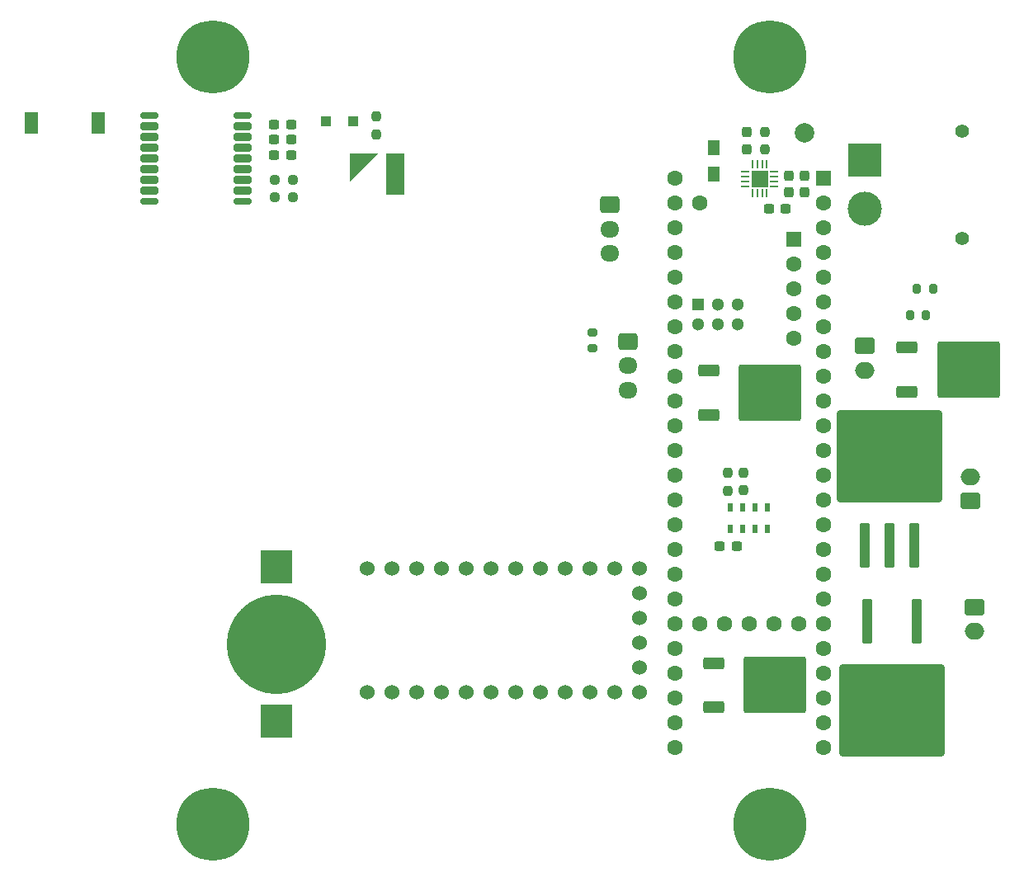
<source format=gts>
G04 #@! TF.GenerationSoftware,KiCad,Pcbnew,8.0.1*
G04 #@! TF.CreationDate,2025-04-08T18:27:36-04:00*
G04 #@! TF.ProjectId,GHOUL_V1.0,47484f55-4c5f-4563-912e-302e6b696361,rev?*
G04 #@! TF.SameCoordinates,Original*
G04 #@! TF.FileFunction,Soldermask,Top*
G04 #@! TF.FilePolarity,Negative*
%FSLAX46Y46*%
G04 Gerber Fmt 4.6, Leading zero omitted, Abs format (unit mm)*
G04 Created by KiCad (PCBNEW 8.0.1) date 2025-04-08 18:27:36*
%MOMM*%
%LPD*%
G01*
G04 APERTURE LIST*
G04 Aperture macros list*
%AMRoundRect*
0 Rectangle with rounded corners*
0 $1 Rounding radius*
0 $2 $3 $4 $5 $6 $7 $8 $9 X,Y pos of 4 corners*
0 Add a 4 corners polygon primitive as box body*
4,1,4,$2,$3,$4,$5,$6,$7,$8,$9,$2,$3,0*
0 Add four circle primitives for the rounded corners*
1,1,$1+$1,$2,$3*
1,1,$1+$1,$4,$5*
1,1,$1+$1,$6,$7*
1,1,$1+$1,$8,$9*
0 Add four rect primitives between the rounded corners*
20,1,$1+$1,$2,$3,$4,$5,0*
20,1,$1+$1,$4,$5,$6,$7,0*
20,1,$1+$1,$6,$7,$8,$9,0*
20,1,$1+$1,$8,$9,$2,$3,0*%
G04 Aperture macros list end*
%ADD10C,0.000100*%
%ADD11R,3.300000X3.500000*%
%ADD12C,10.200000*%
%ADD13RoundRect,0.237500X0.237500X-0.250000X0.237500X0.250000X-0.237500X0.250000X-0.237500X-0.250000X0*%
%ADD14RoundRect,0.237500X-0.237500X0.250000X-0.237500X-0.250000X0.237500X-0.250000X0.237500X0.250000X0*%
%ADD15RoundRect,0.062500X-0.350000X-0.062500X0.350000X-0.062500X0.350000X0.062500X-0.350000X0.062500X0*%
%ADD16RoundRect,0.062500X-0.062500X-0.350000X0.062500X-0.350000X0.062500X0.350000X-0.062500X0.350000X0*%
%ADD17R,1.680000X1.680000*%
%ADD18RoundRect,0.250000X-0.850000X-0.350000X0.850000X-0.350000X0.850000X0.350000X-0.850000X0.350000X0*%
%ADD19RoundRect,0.249997X-2.950003X-2.650003X2.950003X-2.650003X2.950003X2.650003X-2.950003X2.650003X0*%
%ADD20RoundRect,0.237500X-0.300000X-0.237500X0.300000X-0.237500X0.300000X0.237500X-0.300000X0.237500X0*%
%ADD21RoundRect,0.200000X-0.275000X0.200000X-0.275000X-0.200000X0.275000X-0.200000X0.275000X0.200000X0*%
%ADD22R,0.550000X0.950000*%
%ADD23C,7.500000*%
%ADD24RoundRect,0.250000X-0.300000X2.050000X-0.300000X-2.050000X0.300000X-2.050000X0.300000X2.050000X0*%
%ADD25RoundRect,0.250002X-5.149998X4.449998X-5.149998X-4.449998X5.149998X-4.449998X5.149998X4.449998X0*%
%ADD26RoundRect,0.200000X-0.200000X-0.275000X0.200000X-0.275000X0.200000X0.275000X-0.200000X0.275000X0*%
%ADD27RoundRect,0.237500X0.300000X0.237500X-0.300000X0.237500X-0.300000X-0.237500X0.300000X-0.237500X0*%
%ADD28RoundRect,0.250000X0.300000X-2.050000X0.300000X2.050000X-0.300000X2.050000X-0.300000X-2.050000X0*%
%ADD29RoundRect,0.250002X5.149998X-4.449998X5.149998X4.449998X-5.149998X4.449998X-5.149998X-4.449998X0*%
%ADD30R,1.362800X2.259800*%
%ADD31RoundRect,0.237500X-0.250000X-0.237500X0.250000X-0.237500X0.250000X0.237500X-0.250000X0.237500X0*%
%ADD32RoundRect,0.237500X0.237500X-0.300000X0.237500X0.300000X-0.237500X0.300000X-0.237500X-0.300000X0*%
%ADD33RoundRect,0.102000X0.850000X-2.050000X0.850000X2.050000X-0.850000X2.050000X-0.850000X-2.050000X0*%
%ADD34RoundRect,0.250000X0.750000X-0.600000X0.750000X0.600000X-0.750000X0.600000X-0.750000X-0.600000X0*%
%ADD35O,2.000000X1.700000*%
%ADD36RoundRect,0.250000X-0.750000X0.600000X-0.750000X-0.600000X0.750000X-0.600000X0.750000X0.600000X0*%
%ADD37RoundRect,0.250000X0.300000X0.300000X-0.300000X0.300000X-0.300000X-0.300000X0.300000X-0.300000X0*%
%ADD38R,1.200000X1.500000*%
%ADD39RoundRect,0.237500X-0.237500X0.300000X-0.237500X-0.300000X0.237500X-0.300000X0.237500X0.300000X0*%
%ADD40RoundRect,0.175000X0.725000X0.175000X-0.725000X0.175000X-0.725000X-0.175000X0.725000X-0.175000X0*%
%ADD41RoundRect,0.200000X0.700000X0.200000X-0.700000X0.200000X-0.700000X-0.200000X0.700000X-0.200000X0*%
%ADD42RoundRect,0.250000X-0.725000X0.600000X-0.725000X-0.600000X0.725000X-0.600000X0.725000X0.600000X0*%
%ADD43O,1.950000X1.700000*%
%ADD44C,2.000000*%
%ADD45C,1.524000*%
%ADD46C,1.400000*%
%ADD47R,3.500000X3.500000*%
%ADD48C,3.500000*%
%ADD49R,1.600000X1.600000*%
%ADD50C,1.600000*%
%ADD51R,1.300000X1.300000*%
%ADD52C,1.300000*%
G04 APERTURE END LIST*
D10*
X141000000Y-73800000D02*
X141000000Y-71000000D01*
X143800000Y-71000000D01*
X141000000Y-73800000D01*
G36*
X141000000Y-73800000D02*
G01*
X141000000Y-71000000D01*
X143800000Y-71000000D01*
X141000000Y-73800000D01*
G37*
D11*
X133476051Y-129256051D03*
X133476051Y-113456051D03*
D12*
X133476051Y-121356051D03*
D13*
X179800000Y-105612500D03*
X179800000Y-103787500D03*
D14*
X181338949Y-103746449D03*
X181338949Y-105571449D03*
D15*
X181571051Y-72856051D03*
X181571051Y-73356051D03*
X181571051Y-73856051D03*
X181571051Y-74356051D03*
D16*
X182283551Y-75068551D03*
X182783551Y-75068551D03*
X183283551Y-75068551D03*
X183783551Y-75068551D03*
D15*
X184496051Y-74356051D03*
X184496051Y-73856051D03*
X184496051Y-73356051D03*
X184496051Y-72856051D03*
D16*
X183783551Y-72143551D03*
X183283551Y-72143551D03*
X182783551Y-72143551D03*
X182283551Y-72143551D03*
D17*
X183033551Y-73606051D03*
D18*
X198166051Y-90926051D03*
D19*
X204466051Y-93206051D03*
D18*
X198166051Y-95486051D03*
D20*
X183991051Y-76716051D03*
X185716051Y-76716051D03*
D21*
X165900000Y-89375000D03*
X165900000Y-91025000D03*
D22*
X180061051Y-109491051D03*
X181311051Y-109491051D03*
X182561051Y-109491051D03*
X183811051Y-109491051D03*
X183811051Y-107341051D03*
X182561051Y-107341051D03*
X181311051Y-107341051D03*
X180061051Y-107341051D03*
D23*
X184046051Y-61116051D03*
D24*
X199156051Y-119036051D03*
D25*
X196616051Y-128186051D03*
D24*
X194076051Y-119036051D03*
D18*
X178296051Y-123286051D03*
D19*
X184596051Y-125566051D03*
D18*
X178296051Y-127846051D03*
D23*
X126896051Y-61116051D03*
D26*
X198451051Y-87616051D03*
X200101051Y-87616051D03*
D20*
X133237500Y-69600000D03*
X134962500Y-69600000D03*
D27*
X180668551Y-111296051D03*
X178943551Y-111296051D03*
D28*
X193796051Y-111206051D03*
X196336051Y-111206051D03*
D29*
X196336051Y-102056051D03*
D28*
X198876051Y-111206051D03*
D26*
X199175000Y-84900000D03*
X200825000Y-84900000D03*
D23*
X126896051Y-139856051D03*
D30*
X108274598Y-67900000D03*
X115200000Y-67900000D03*
D23*
X184046051Y-139856051D03*
D31*
X133287500Y-73750000D03*
X135112500Y-73750000D03*
D13*
X183546051Y-70598551D03*
X183546051Y-68773551D03*
D32*
X181746051Y-70548551D03*
X181746051Y-68823551D03*
D33*
X145650000Y-73150000D03*
D34*
X204700000Y-106650000D03*
D35*
X204700000Y-104150000D03*
D36*
X205100000Y-117550000D03*
D35*
X205100000Y-120050000D03*
D37*
X141300000Y-67700000D03*
X138500000Y-67700000D03*
D38*
X178346051Y-73136051D03*
X178346051Y-70436051D03*
D14*
X143700000Y-67187500D03*
X143700000Y-69012500D03*
D39*
X187613551Y-73263551D03*
X187613551Y-74988551D03*
D18*
X177796051Y-93256051D03*
D19*
X184096051Y-95536051D03*
D18*
X177796051Y-97816051D03*
D32*
X186053551Y-75016051D03*
X186053551Y-73291051D03*
D40*
X129950000Y-75900000D03*
D41*
X129950000Y-74800000D03*
X129950000Y-73700000D03*
X129950000Y-72600000D03*
X129950000Y-71500000D03*
X129950000Y-70400000D03*
X129950000Y-69300000D03*
X129950000Y-68200000D03*
D40*
X129950000Y-67100000D03*
X120450000Y-67100000D03*
D41*
X120450000Y-68200000D03*
X120450000Y-69300000D03*
X120450000Y-70400000D03*
X120450000Y-71500000D03*
X120450000Y-72600000D03*
X120450000Y-73700000D03*
X120450000Y-74800000D03*
D40*
X120450000Y-75900000D03*
D42*
X167640000Y-76280000D03*
D43*
X167640000Y-78780000D03*
X167640000Y-81280000D03*
D44*
X187636051Y-68896051D03*
D20*
X133237500Y-68000000D03*
X134962500Y-68000000D03*
D27*
X134962500Y-71200000D03*
X133237500Y-71200000D03*
D31*
X133287500Y-75500000D03*
X135112500Y-75500000D03*
D36*
X193826051Y-90756051D03*
D35*
X193826051Y-93256051D03*
D45*
X170726051Y-116091051D03*
X170726051Y-118631051D03*
X170726051Y-121171051D03*
X170726051Y-123711051D03*
X170726051Y-113551051D03*
X170726051Y-126251051D03*
X168186051Y-126251051D03*
X165646051Y-126251051D03*
X163106051Y-126251051D03*
X160566051Y-126251051D03*
X158026051Y-126251051D03*
X155486051Y-126251051D03*
X152946051Y-126251051D03*
X150406051Y-126251051D03*
X147866051Y-126251051D03*
X145326051Y-126251051D03*
X142786051Y-126251051D03*
X168186051Y-113551051D03*
X165646051Y-113551051D03*
X163106051Y-113551051D03*
X158026051Y-113551051D03*
X160566051Y-113551051D03*
X155486051Y-113551051D03*
X152946051Y-113551051D03*
X150406051Y-113551051D03*
X147866051Y-113551051D03*
X145326051Y-113551051D03*
X142786051Y-113551051D03*
D46*
X203786051Y-79696051D03*
X203786051Y-68696051D03*
D47*
X193786051Y-71696051D03*
D48*
X193786051Y-76696051D03*
D49*
X189556051Y-73526051D03*
D50*
X189556051Y-76066051D03*
X189556051Y-78606051D03*
X189556051Y-81146051D03*
X189556051Y-83686051D03*
X189556051Y-86226051D03*
X189556051Y-88766051D03*
X189556051Y-91306051D03*
X189556051Y-93846051D03*
X189556051Y-96386051D03*
X189556051Y-98926051D03*
X189556051Y-101466051D03*
X189556051Y-104006051D03*
X189556051Y-106546051D03*
X189556051Y-109086051D03*
X189556051Y-111626051D03*
X189556051Y-114166051D03*
X189556051Y-116706051D03*
X189556051Y-119246051D03*
X189556051Y-121786051D03*
X189556051Y-124326051D03*
X189556051Y-126866051D03*
X189556051Y-129406051D03*
X189556051Y-131946051D03*
X174316051Y-131946051D03*
X174316051Y-129406051D03*
X174316051Y-126866051D03*
X174316051Y-124326051D03*
X174316051Y-121786051D03*
X174316051Y-119246051D03*
X174316051Y-116706051D03*
X174316051Y-114166051D03*
X174316051Y-111626051D03*
X174316051Y-109086051D03*
X174316051Y-106546051D03*
X174316051Y-104006051D03*
X174316051Y-101466051D03*
X174316051Y-98926051D03*
X174316051Y-96386051D03*
X174316051Y-93846051D03*
X174316051Y-91306051D03*
X174316051Y-88766051D03*
X174316051Y-86226051D03*
X174316051Y-83686051D03*
X174316051Y-81146051D03*
X174316051Y-78606051D03*
X174316051Y-76066051D03*
X174316051Y-73526051D03*
X176856051Y-76066051D03*
X187016051Y-119246051D03*
X184476051Y-119246051D03*
X181936051Y-119246051D03*
X179396051Y-119246051D03*
X176856051Y-119246051D03*
D49*
X186505251Y-79825251D03*
D50*
X186505251Y-82365251D03*
X186505251Y-84905251D03*
X186505251Y-87445251D03*
X186505251Y-89985251D03*
D51*
X176754451Y-86496051D03*
D52*
X178754451Y-86496051D03*
X180754451Y-86496051D03*
X180754451Y-88496051D03*
X178754451Y-88496051D03*
X176754451Y-88496051D03*
D42*
X169500000Y-90266051D03*
D43*
X169500000Y-92766051D03*
X169500000Y-95266051D03*
M02*

</source>
